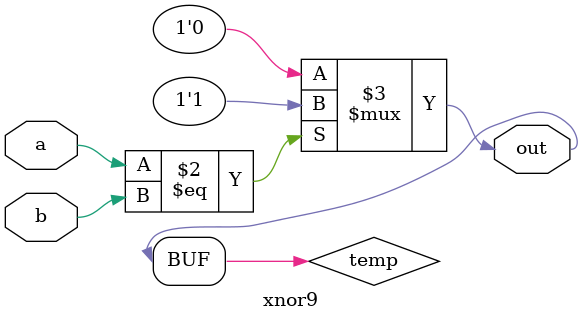
<source format=v>
module xnor9 (
  input a,
  input b,
  output wire out
);

    reg temp;
    always @(*) begin
        temp = (a == b) ? 1'b1 : 1'b0; // XNOR using conditional expression (XOR and invert both)
    end
    
    assign out = temp;
endmodule

</source>
